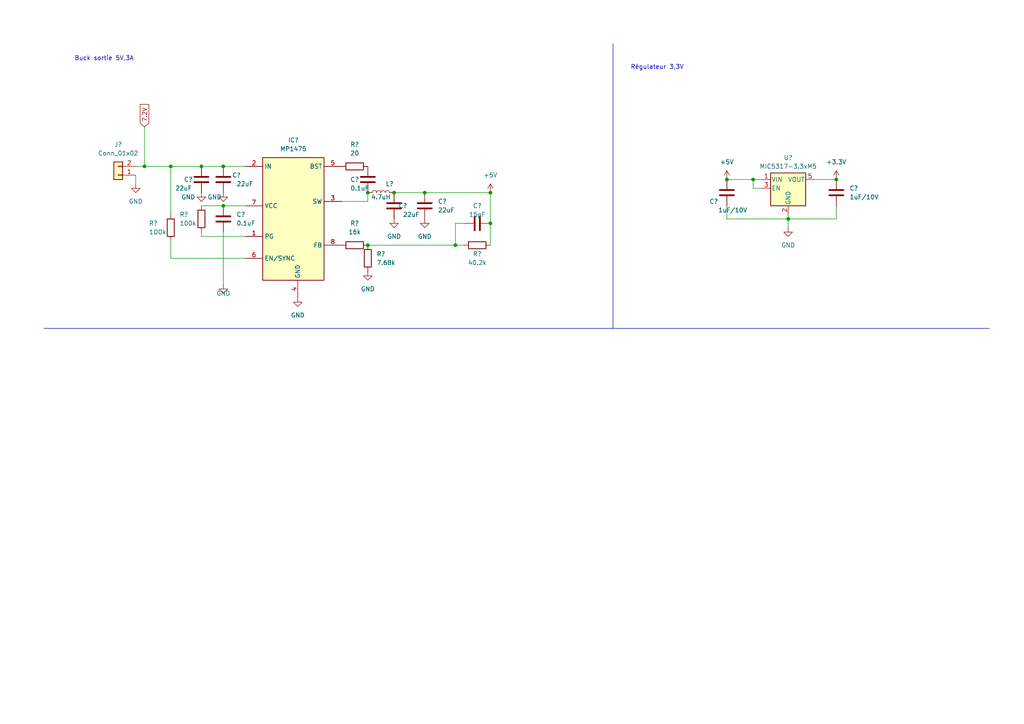
<source format=kicad_sch>
(kicad_sch (version 20230121) (generator eeschema)
  (paper "A4")
  (lib_symbols
    (symbol "Connector_Generic:Conn_01x02" (pin_names (offset 1.016) hide)
      (property "Reference" "J" (at 0 2.54 0))
      (property "Value" "Conn_01x02" (at 0 -5.08 0))
      (symbol "Conn_01x02_1_1"
        (rectangle (start -1.27 -2.413) (end 0 -2.667) (stroke (width 0.1524)))
        (rectangle (start -1.27 0.127) (end 0 -0.127) (stroke (width 0.1524)))
        (rectangle (start -1.27 1.27) (end 1.27 -3.81) (stroke (width 0.254)) (fill (type background)))
        (pin passive line (at -5.08 0 0) (length 3.81) (name "Pin_1") (number "1"))
        (pin passive line (at -5.08 -2.54 0) (length 3.81) (name "Pin_2") (number "2"))
      )
    )
    (symbol "Device:C" (pin_numbers hide) (pin_names (offset 0.254))
      (property "Reference" "C" (at 0.635 2.54 0))
      (property "Value" "C" (at 0.635 -2.54 0))
      (symbol "C_0_1"
        (polyline (pts (xy -2.032 -0.762) (xy 2.032 -0.762)) (stroke (width 0.508)))
        (polyline (pts (xy -2.032 0.762) (xy 2.032 0.762)) (stroke (width 0.508)))
      )
      (symbol "C_1_1"
        (pin passive line (at 0 3.81 270) (length 2.794) (name "~") (number "1"))
        (pin passive line (at 0 -3.81 90) (length 2.794) (name "~") (number "2"))
      )
    )
    (symbol "Device:L" (pin_numbers hide) (pin_names (offset 1.016) hide)
      (property "Reference" "L" (at -1.27 0 90))
      (property "Value" "L" (at 1.905 0 90))
      (symbol "L_0_1"
        (arc (start 0 -2.54) (mid 0.6323 -1.905) (end 0 -1.27))
        (arc (start 0 -1.27) (mid 0.6323 -0.635) (end 0 0))
        (arc (start 0 0) (mid 0.6323 0.635) (end 0 1.27))
        (arc (start 0 1.27) (mid 0.6323 1.905) (end 0 2.54))
      )
      (symbol "L_1_1"
        (pin passive line (at 0 3.81 270) (length 1.27) (name "1") (number "1"))
        (pin passive line (at 0 -3.81 90) (length 1.27) (name "2") (number "2"))
      )
    )
    (symbol "Device:R" (pin_numbers hide) (pin_names (offset 0))
      (property "Reference" "R" (at 2.032 0 90))
      (property "Value" "R" (at 0 0 90))
      (symbol "R_0_1"
        (rectangle (start -1.016 -2.54) (end 1.016 2.54) (stroke (width 0.254)))
      )
      (symbol "R_1_1"
        (pin passive line (at 0 3.81 270) (length 1.27) (name "~") (number "1"))
        (pin passive line (at 0 -3.81 90) (length 1.27) (name "~") (number "2"))
      )
    )
    (symbol "MP1475SGJ-P:MP1475SGJ-P"
      (property "Reference" "IC" (at 15.24 11.43 0))
      (property "Value" "MP1475" (at 8.89 3.81 0))
      (symbol "MP1475SGJ-P_1_1"
        (rectangle (start 3.81 8.89) (end 21.59 -26.67) (stroke (width 0.254)) (fill (type background)))
        (pin passive line (at -1.27 -13.97 0) (length 5.08) (name "PG") (number "1"))
        (pin power_in line (at -1.27 6.35 0) (length 5.08) (name "IN") (number "2"))
        (pin passive line (at 26.67 -3.81 180) (length 5.08) (name "SW") (number "3"))
        (pin passive line (at 13.97 -31.75 90) (length 5.08) (name "GND") (number "4"))
        (pin passive line (at 26.67 6.35 180) (length 5.08) (name "BST") (number "5"))
        (pin passive line (at -1.27 -20.32 0) (length 5.08) (name "EN/SYNC") (number "6"))
        (pin power_in line (at -1.27 -5.08 0) (length 5.08) (name "VCC") (number "7"))
        (pin passive line (at 26.67 -16.51 180) (length 5.08) (name "FB") (number "8"))
      )
    )
    (symbol "Regulator_Linear:MIC5317-3.3xM5" (pin_names (offset 0.254))
      (property "Reference" "U" (at -6.35 6.35 0))
      (property "Value" "MIC5317-3.3xM5" (at 0 6.35 0))
      (symbol "MIC5317-3.3xM5_0_1"
        (rectangle (start -5.08 4.445) (end 5.08 -5.08) (stroke (width 0.254)) (fill (type background)))
      )
      (symbol "MIC5317-3.3xM5_1_1"
        (pin power_in line (at -7.62 2.54 0) (length 2.54) (name "VIN") (number "1"))
        (pin power_in line (at 0 -7.62 90) (length 2.54) (name "GND") (number "2"))
        (pin input line (at -7.62 0 0) (length 2.54) (name "EN") (number "3"))
        (pin no_connect line (at 5.08 0 180) (length 2.54) hide (name "NC") (number "4"))
        (pin power_out line (at 7.62 2.54 180) (length 2.54) (name "VOUT") (number "5"))
      )
    )
    (symbol "power:+3.3V" (power) (pin_names (offset 0))
      (property "Value" "+3.3V" (at 0 3.556 0))
      (symbol "+3.3V_0_1"
        (polyline (pts (xy -0.762 1.27) (xy 0 2.54)))
        (polyline (pts (xy 0 0) (xy 0 2.54)))
        (polyline (pts (xy 0 2.54) (xy 0.762 1.27)))
      )
      (symbol "+3.3V_1_1"
        (pin power_in line (at 0 0 90) (length 0) hide (name "+3.3V") (number "1"))
      )
    )
    (symbol "power:+5V" (power) (pin_names (offset 0))
      (property "Value" "+5V" (at 0 3.556 0))
      (symbol "+5V_0_1"
        (polyline (pts (xy -0.762 1.27) (xy 0 2.54)))
        (polyline (pts (xy 0 0) (xy 0 2.54)))
        (polyline (pts (xy 0 2.54) (xy 0.762 1.27)))
      )
      (symbol "+5V_1_1"
        (pin power_in line (at 0 0 90) (length 0) hide (name "+5V") (number "1"))
      )
    )
    (symbol "power:GND" (power) (pin_names (offset 0))
      (property "Value" "GND" (at 0 -3.81 0))
      (symbol "GND_0_1"
        (polyline (pts (xy 0 0) (xy 0 -1.27) (xy 1.27 -1.27) (xy 0 -2.54) (xy -1.27 -1.27) (xy 0 -1.27)))
      )
      (symbol "GND_1_1"
        (pin power_in line (at 0 0 270) (length 0) hide (name "GND") (number "1"))
      )
    )
  )
  (junction (at 242.57 52.07))
  (junction (at 218.44 52.07))
  (junction (at 132.08 71.12))
  (junction (at 106.68 71.12))
  (junction (at 210.82 52.07))
  (junction (at 58.42 48.26))
  (junction (at 41.91 48.26))
  (junction (at 142.24 64.77))
  (junction (at 228.6 63.5))
  (junction (at 106.68 55.88))
  (junction (at 142.24 55.88))
  (junction (at 123.19 55.88))
  (junction (at 64.77 59.69))
  (junction (at 64.77 48.26))
  (junction (at 114.3 55.88))
  (junction (at 49.53 48.26))
  (wire (pts (xy 58.42 48.26) (xy 64.77 48.26)))
  (wire (pts (xy 242.57 59.69) (xy 242.57 63.5)))
  (wire (pts (xy 142.24 64.77) (xy 142.24 71.12)))
  (wire (pts (xy 142.24 55.88) (xy 142.24 64.77)))
  (wire (pts (xy 41.91 36.83) (xy 41.91 48.26)))
  (wire (pts (xy 220.98 54.61) (xy 218.44 54.61)))
  (wire (pts (xy 236.22 52.07) (xy 242.57 52.07)))
  (wire (pts (xy 49.53 69.85) (xy 49.53 74.93)))
  (polyline (pts (xy 12.7 95.25) (xy 177.8 95.25)))
  (wire (pts (xy 228.6 63.5) (xy 228.6 62.23)))
  (wire (pts (xy 64.77 48.26) (xy 71.12 48.26)))
  (wire (pts (xy 41.91 48.26) (xy 49.53 48.26)))
  (wire (pts (xy 71.12 74.93) (xy 49.53 74.93)))
  (wire (pts (xy 106.68 58.42) (xy 106.68 55.88)))
  (wire (pts (xy 228.6 63.5) (xy 228.6 66.04)))
  (wire (pts (xy 132.08 71.12) (xy 134.62 71.12)))
  (wire (pts (xy 39.37 48.26) (xy 41.91 48.26)))
  (wire (pts (xy 58.42 68.58) (xy 58.42 67.31)))
  (wire (pts (xy 58.42 68.58) (xy 71.12 68.58)))
  (wire (pts (xy 210.82 59.69) (xy 210.82 63.5)))
  (wire (pts (xy 99.06 58.42) (xy 106.68 58.42)))
  (wire (pts (xy 210.82 63.5) (xy 228.6 63.5)))
  (wire (pts (xy 64.77 82.55) (xy 64.77 67.31)))
  (wire (pts (xy 218.44 54.61) (xy 218.44 52.07)))
  (wire (pts (xy 142.24 55.88) (xy 123.19 55.88)))
  (wire (pts (xy 106.68 71.12) (xy 132.08 71.12)))
  (wire (pts (xy 228.6 63.5) (xy 242.57 63.5)))
  (wire (pts (xy 132.08 64.77) (xy 132.08 71.12)))
  (polyline (pts (xy 177.8 12.7) (xy 177.8 95.25)))
  (wire (pts (xy 39.37 50.8) (xy 39.37 53.34)))
  (polyline (pts (xy 177.8 95.25) (xy 287.02 95.25)))
  (wire (pts (xy 49.53 62.23) (xy 49.53 48.26)))
  (wire (pts (xy 64.77 59.69) (xy 71.12 59.69)))
  (wire (pts (xy 134.62 64.77) (xy 132.08 64.77)))
  (wire (pts (xy 58.42 59.69) (xy 64.77 59.69)))
  (wire (pts (xy 210.82 52.07) (xy 218.44 52.07)))
  (wire (pts (xy 114.3 55.88) (xy 123.19 55.88)))
  (wire (pts (xy 218.44 52.07) (xy 220.98 52.07)))
  (wire (pts (xy 49.53 48.26) (xy 58.42 48.26)))
  (text "Buck sortie 5V,3A" (at 21.59 17.78 0) (effects (font (size 1.27 1.27)) (justify left bottom)))
  (text "Régulateur 3,3V" (at 182.88 20.32 0) (effects (font (size 1.27 1.27)) (justify left bottom)))
  (global_label "7.2V" (shape input) (at 41.91 36.83 90) (property "Intersheetrefs" "${INTERSHEET_REFS}" (effects hide)))
  (symbol (lib_id "MP1475SGJ-P:MP1475SGJ-P") (at 72.39 54.61 0) (unit 1)
    (property "Reference" "IC?" (at 85.09 40.64 0))
    (property "Value" "MP1475" (at 85.09 43.18 0))
    (property "Footprint" "KiCad:SOT65P280X100-8N" (effects hide))
    (property "Datasheet" "http://media.digikey.com/pdf/Data%20Sheets/Monolithic%20Power%20PDF" (effects hide))
    (property "Height" "1" (effects hide))
    (property "Mouser Part Number" "946-MP1475SGJ-P" (effects hide))
    (property "Mouser Price/Stock" "https://www.mouser.co.uk/ProductDetail/Monolithic-Power-Systems-MPS/MP1475SGJ-P?qs=FIQZoK1q933LtAjxu26L8w%3D%3D" (effects hide))
    (property "Manufacturer_Name" "Monolithic Power Systems (MPS)" (effects hide))
    (property "Manufacturer_Part_Number" "MP1475SGJ-P" (effects hide))
    (instances (project "Alimentation" (path "" (reference "IC?") (unit 1)) (path "" (reference "IC1") (unit 1))))
  )
  (symbol (lib_id "power:+5V") (at 142.24 55.88 0) (unit 1)
    (property "Reference" "#PWR027" (effects hide))
    (property "Value" "+5V" (at 142.24 50.8 0))
  )
  (symbol (lib_id "Device:C") (at 123.19 59.69 0) (unit 1)
    (property "Reference" "C?" (at 127 58.42 0) (effects (justify left)))
    (property "Value" "22uF" (at 127 60.96 0) (effects (justify left)))
    (property "Footprint" "Capacitor_SMD:C_0603_1608Metric_Pad1.08x0.95mm_HandSolder" (effects hide))
    (instances (project "Alimentation" (path "" (reference "C?") (unit 1)) (path "" (reference "C16") (unit 1))))
  )
  (symbol (lib_id "power:+3.3V") (at 242.57 52.07 0) (unit 1)
    (property "Reference" "#PWR030" (effects hide))
    (property "Value" "+3.3V" (at 242.57 46.99 0))
  )
  (symbol (lib_id "power:GND") (at 64.77 55.88 0) (unit 1)
    (property "Reference" "#PWR?" (effects hide))
    (property "Value" "GND" (at 62.23 57.15 0))
    (instances (project "Alimentation" (path "" (reference "#PWR?") (unit 1)) (path "" (reference "#PWR021") (unit 1))))
  )
  (symbol (lib_id "Device:R") (at 102.87 71.12 90) (unit 1)
    (property "Reference" "R?" (at 102.87 64.77 90))
    (property "Value" "16k" (at 102.87 67.31 90))
    (property "Footprint" "Resistor_SMD:R_0603_1608Metric_Pad0.98x0.95mm_HandSolder" (effects hide))
    (instances (project "Alimentation" (path "" (reference "R?") (unit 1)) (path "" (reference "R8") (unit 1))))
  )
  (symbol (lib_id "power:GND") (at 228.6 66.04 0) (unit 1)
    (property "Reference" "#PWR?" (effects hide))
    (property "Value" "GND" (at 228.6 71.12 0))
    (instances (project "Alimentation" (path "" (reference "#PWR?") (unit 1)) (path "" (reference "#PWR029") (unit 1))))
  )
  (symbol (lib_id "Device:R") (at 58.42 63.5 0) (unit 1)
    (property "Reference" "R?" (at 52.07 62.23 0) (effects (justify left)))
    (property "Value" "100k" (at 52.07 64.77 0) (effects (justify left)))
    (property "Footprint" "Resistor_SMD:R_0603_1608Metric_Pad0.98x0.95mm_HandSolder" (effects hide))
    (instances (project "Alimentation" (path "" (reference "R?") (unit 1)) (path "" (reference "R6") (unit 1))))
  )
  (symbol (lib_id "Device:C") (at 210.82 55.88 0) (unit 1)
    (property "Reference" "C?" (at 205.74 58.42 0) (effects (justify left)))
    (property "Value" "1uF/10V" (at 208.28 60.96 0) (effects (justify left)))
    (property "Footprint" "Capacitor_SMD:C_0603_1608Metric_Pad1.08x0.95mm_HandSolder" (effects hide))
    (instances (project "Alimentation" (path "" (reference "C?") (unit 1)) (path "" (reference "C18") (unit 1))))
  )
  (symbol (lib_id "Device:C") (at 138.43 64.77 90) (unit 1)
    (property "Reference" "C?" (at 138.43 59.69 90))
    (property "Value" "15pF" (at 138.43 62.23 90))
    (property "Footprint" "Capacitor_SMD:C_0603_1608Metric_Pad1.08x0.95mm_HandSolder" (effects hide))
    (instances (project "Alimentation" (path "" (reference "C?") (unit 1)) (path "" (reference "C17") (unit 1))))
  )
  (symbol (lib_id "Device:R") (at 138.43 71.12 90) (unit 1)
    (property "Reference" "R?" (at 138.43 73.66 90))
    (property "Value" "40.2k" (at 138.43 76.2 90))
    (property "Footprint" "Resistor_SMD:R_0603_1608Metric_Pad0.98x0.95mm_HandSolder" (effects hide))
    (instances (project "Alimentation" (path "" (reference "R?") (unit 1)) (path "" (reference "R10") (unit 1))))
  )
  (symbol (lib_id "Device:L") (at 110.49 55.88 90) (unit 1)
    (property "Reference" "L?" (at 113.03 53.34 90))
    (property "Value" "4.7uH" (at 110.49 57.15 90))
    (property "Footprint" "Inductor_SMD:L_0603_1608Metric_Pad1.05x0.95mm_HandSolder" (effects hide))
    (instances (project "Alimentation" (path "" (reference "L?") (unit 1)) (path "" (reference "L2") (unit 1))))
  )
  (symbol (lib_id "power:GND") (at 64.77 82.55 0) (unit 1)
    (property "Reference" "#PWR?" (effects hide))
    (property "Value" "GND" (at 64.77 85.09 0))
    (instances (project "Alimentation" (path "" (reference "#PWR?") (unit 1)) (path "" (reference "#PWR022") (unit 1))))
  )
  (symbol (lib_id "Regulator_Linear:MIC5317-3.3xM5") (at 228.6 54.61 0) (unit 1)
    (property "Reference" "U?" (at 228.6 45.72 0))
    (property "Value" "MIC5317-3.3xM5" (at 228.6 48.26 0))
    (property "Footprint" "Package_TO_SOT_SMD:SOT-23-5" (effects hide))
    (property "Datasheet" "https://ww1.microchip.com/downloads/aemDocuments/documents/OTH/ProductDocuments/DataSheets/MIC5317-High-Performance-Single-150mA-LDO-DS20006195B.pdf" (effects hide))
    (instances (project "Alimentation" (path "" (reference "U?") (unit 1)) (path "" (reference "U2") (unit 1))))
  )
  (symbol (lib_id "power:GND") (at 114.3 63.5 0) (unit 1)
    (property "Reference" "#PWR?" (effects hide))
    (property "Value" "GND" (at 114.3 68.58 0))
    (instances (project "Alimentation" (path "" (reference "#PWR?") (unit 1)) (path "" (reference "#PWR025") (unit 1))))
  )
  (symbol (lib_id "power:+5V") (at 210.82 52.07 0) (unit 1)
    (property "Reference" "#PWR028" (effects hide))
    (property "Value" "+5V" (at 210.82 46.99 0))
  )
  (symbol (lib_id "power:GND") (at 106.68 78.74 0) (unit 1)
    (property "Reference" "#PWR?" (effects hide))
    (property "Value" "GND" (at 106.68 83.82 0))
    (instances (project "Alimentation" (path "" (reference "#PWR?") (unit 1)) (path "" (reference "#PWR024") (unit 1))))
  )
  (symbol (lib_id "Connector_Generic:Conn_01x02") (at 34.29 50.8 180) (unit 1)
    (property "Reference" "J?" (at 34.29 41.91 0))
    (property "Value" "Conn_01x02" (at 34.29 44.45 0))
    (property "Footprint" "Connector_PinSocket_2.54mm:PinSocket_1x02_P2.54mm_Vertical" (effects hide))
    (instances (project "Alimentation" (path "" (reference "J?") (unit 1)) (path "" (reference "J2") (unit 1))))
  )
  (symbol (lib_id "Device:C") (at 106.68 52.07 0) (unit 1)
    (property "Reference" "C?" (at 101.6 52.07 0) (effects (justify left)))
    (property "Value" "0.1uF" (at 101.6 54.61 0) (effects (justify left)))
    (property "Footprint" "Capacitor_SMD:C_0603_1608Metric_Pad1.08x0.95mm_HandSolder" (effects hide))
    (instances (project "Alimentation" (path "" (reference "C?") (unit 1)) (path "" (reference "C14") (unit 1))))
  )
  (symbol (lib_id "power:GND") (at 86.36 86.36 0) (unit 1)
    (property "Reference" "#PWR?" (effects hide))
    (property "Value" "GND" (at 86.36 91.44 0))
    (instances (project "Alimentation" (path "" (reference "#PWR?") (unit 1)) (path "" (reference "#PWR023") (unit 1))))
  )
  (symbol (lib_id "power:GND") (at 123.19 63.5 0) (unit 1)
    (property "Reference" "#PWR?" (effects hide))
    (property "Value" "GND" (at 123.19 68.58 0))
    (instances (project "Alimentation" (path "" (reference "#PWR?") (unit 1)) (path "" (reference "#PWR026") (unit 1))))
  )
  (symbol (lib_id "power:GND") (at 39.37 53.34 0) (unit 1)
    (property "Reference" "#PWR?" (effects hide))
    (property "Value" "GND" (at 39.37 58.42 0))
    (instances (project "Alimentation" (path "" (reference "#PWR?") (unit 1)) (path "" (reference "#PWR019") (unit 1))))
  )
  (symbol (lib_id "Device:R") (at 106.68 74.93 0) (unit 1)
    (property "Reference" "R?" (at 109.22 73.66 0) (effects (justify left)))
    (property "Value" "7.68k" (at 109.22 76.2 0) (effects (justify left)))
    (property "Footprint" "Resistor_SMD:R_0603_1608Metric_Pad0.98x0.95mm_HandSolder" (effects hide))
    (instances (project "Alimentation" (path "" (reference "R?") (unit 1)) (path "" (reference "R9") (unit 1))))
  )
  (symbol (lib_id "Device:C") (at 64.77 52.07 0) (unit 1)
    (property "Reference" "C?" (at 67.31 50.8 0) (effects (justify left)))
    (property "Value" "22uF" (at 68.58 53.34 0) (effects (justify left)))
    (property "Footprint" "Capacitor_SMD:C_0603_1608Metric_Pad1.08x0.95mm_HandSolder" (effects hide))
    (instances (project "Alimentation" (path "" (reference "C?") (unit 1)) (path "" (reference "C12") (unit 1))))
  )
  (symbol (lib_id "power:GND") (at 58.42 55.88 0) (unit 1)
    (property "Reference" "#PWR?" (effects hide))
    (property "Value" "GND" (at 54.61 57.15 0))
    (instances (project "Alimentation" (path "" (reference "#PWR?") (unit 1)) (path "" (reference "#PWR020") (unit 1))))
  )
  (symbol (lib_id "Device:C") (at 58.42 52.07 0) (unit 1)
    (property "Reference" "C?" (at 53.34 52.07 0) (effects (justify left)))
    (property "Value" "22uF" (at 50.8 54.61 0) (effects (justify left)))
    (property "Footprint" "Capacitor_SMD:C_0603_1608Metric_Pad1.08x0.95mm_HandSolder" (effects hide))
    (instances (project "Alimentation" (path "" (reference "C?") (unit 1)) (path "" (reference "C11") (unit 1))))
  )
  (symbol (lib_id "Device:C") (at 114.3 59.69 0) (unit 1)
    (property "Reference" "C?" (at 115.57 59.69 0) (effects (justify left)))
    (property "Value" "22uF" (at 116.84 62.23 0) (effects (justify left)))
    (property "Footprint" "Capacitor_SMD:C_0603_1608Metric_Pad1.08x0.95mm_HandSolder" (effects hide))
    (instances (project "Alimentation" (path "" (reference "C?") (unit 1)) (path "" (reference "C15") (unit 1))))
  )
  (symbol (lib_id "Device:C") (at 64.77 63.5 0) (unit 1)
    (property "Reference" "C?" (at 68.58 62.23 0) (effects (justify left)))
    (property "Value" "0.1uF" (at 68.58 64.77 0) (effects (justify left)))
    (property "Footprint" "Capacitor_SMD:C_0603_1608Metric_Pad1.08x0.95mm_HandSolder" (effects hide))
    (instances (project "Alimentation" (path "" (reference "C?") (unit 1)) (path "" (reference "C13") (unit 1))))
  )
  (symbol (lib_id "Device:C") (at 242.57 55.88 0) (unit 1)
    (property "Reference" "C?" (at 246.38 54.61 0) (effects (justify left)))
    (property "Value" "1uF/10V" (at 246.38 57.15 0) (effects (justify left)))
    (property "Footprint" "Capacitor_SMD:C_0603_1608Metric_Pad1.08x0.95mm_HandSolder" (effects hide))
    (instances (project "Alimentation" (path "" (reference "C?") (unit 1)) (path "" (reference "C19") (unit 1))))
  )
  (symbol (lib_id "Device:R") (at 102.87 48.26 270) (unit 1)
    (property "Reference" "R?" (at 102.87 41.91 90))
    (property "Value" "20" (at 102.87 44.45 90))
    (property "Footprint" "Resistor_SMD:R_0603_1608Metric_Pad0.98x0.95mm_HandSolder" (effects hide))
    (instances (project "Alimentation" (path "" (reference "R?") (unit 1)) (path "" (reference "R7") (unit 1))))
  )
  (symbol (lib_id "Device:R") (at 49.53 66.04 0) (unit 1)
    (property "Reference" "R?" (at 43.18 64.77 0) (effects (justify left)))
    (property "Value" "1OOk" (at 43.18 67.31 0) (effects (justify left)))
    (property "Footprint" "Resistor_SMD:R_0603_1608Metric_Pad0.98x0.95mm_HandSolder" (effects hide))
    (instances (project "Alimentation" (path "" (reference "R?") (unit 1)) (path "" (reference "R5") (unit 1))))
  )
)
</source>
